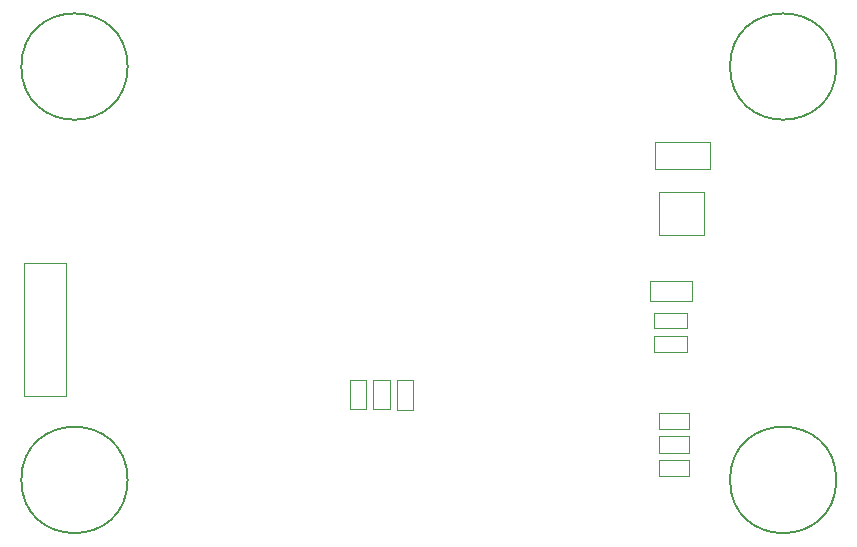
<source format=gbr>
G04 #@! TF.FileFunction,Other,User*
%FSLAX46Y46*%
G04 Gerber Fmt 4.6, Leading zero omitted, Abs format (unit mm)*
G04 Created by KiCad (PCBNEW 4.0.7-e2-6376~61~ubuntu18.04.1) date Sat Jul 21 17:42:36 2018*
%MOMM*%
%LPD*%
G01*
G04 APERTURE LIST*
%ADD10C,0.100000*%
%ADD11C,0.050000*%
%ADD12C,0.150000*%
G04 APERTURE END LIST*
D10*
D11*
X121250000Y-88620000D02*
X124750000Y-88620000D01*
X121250000Y-88620000D02*
X121250000Y-90370000D01*
X124750000Y-90370000D02*
X124750000Y-88620000D01*
X124750000Y-90370000D02*
X121250000Y-90370000D01*
X124400000Y-92650000D02*
X121600000Y-92650000D01*
X124400000Y-92650000D02*
X124400000Y-91350000D01*
X121600000Y-91350000D02*
X121600000Y-92650000D01*
X121600000Y-91350000D02*
X124400000Y-91350000D01*
X124400000Y-94650000D02*
X121600000Y-94650000D01*
X124400000Y-94650000D02*
X124400000Y-93350000D01*
X121600000Y-93350000D02*
X121600000Y-94650000D01*
X121600000Y-93350000D02*
X124400000Y-93350000D01*
X121650000Y-76850000D02*
X126350000Y-76850000D01*
X126350000Y-76850000D02*
X126350000Y-79150000D01*
X126350000Y-79150000D02*
X121650000Y-79150000D01*
X121650000Y-76850000D02*
X121650000Y-79150000D01*
D12*
X77000000Y-105500000D02*
G75*
G03X77000000Y-105500000I-4500000J0D01*
G01*
X77000000Y-70500000D02*
G75*
G03X77000000Y-70500000I-4500000J0D01*
G01*
X137000000Y-70500000D02*
G75*
G03X137000000Y-70500000I-4500000J0D01*
G01*
X137000000Y-105500000D02*
G75*
G03X137000000Y-105500000I-4500000J0D01*
G01*
D11*
X68200000Y-87160000D02*
X68200000Y-98360000D01*
X68200000Y-98360000D02*
X71800000Y-98360000D01*
X71800000Y-98360000D02*
X71800000Y-87160000D01*
X71800000Y-87160000D02*
X68200000Y-87160000D01*
X101200000Y-97071429D02*
X101200000Y-99571429D01*
X101200000Y-97071429D02*
X99800000Y-97071429D01*
X99800000Y-99571429D02*
X101200000Y-99571429D01*
X99800000Y-99571429D02*
X99800000Y-97071429D01*
X99200000Y-97000000D02*
X99200000Y-99500000D01*
X99200000Y-97000000D02*
X97800000Y-97000000D01*
X97800000Y-99500000D02*
X99200000Y-99500000D01*
X97800000Y-99500000D02*
X97800000Y-97000000D01*
X95800000Y-99500000D02*
X95800000Y-97000000D01*
X95800000Y-99500000D02*
X97200000Y-99500000D01*
X97200000Y-97000000D02*
X95800000Y-97000000D01*
X97200000Y-97000000D02*
X97200000Y-99500000D01*
X122000000Y-103800000D02*
X124500000Y-103800000D01*
X122000000Y-103800000D02*
X122000000Y-105200000D01*
X124500000Y-105200000D02*
X124500000Y-103800000D01*
X124500000Y-105200000D02*
X122000000Y-105200000D01*
X124500000Y-103200000D02*
X122000000Y-103200000D01*
X124500000Y-103200000D02*
X124500000Y-101800000D01*
X122000000Y-101800000D02*
X122000000Y-103200000D01*
X122000000Y-101800000D02*
X124500000Y-101800000D01*
X122000000Y-99800000D02*
X124500000Y-99800000D01*
X122000000Y-99800000D02*
X122000000Y-101200000D01*
X124500000Y-101200000D02*
X124500000Y-99800000D01*
X124500000Y-101200000D02*
X122000000Y-101200000D01*
X122000000Y-81150000D02*
X125800000Y-81150000D01*
X125800000Y-81150000D02*
X125800000Y-84750000D01*
X125800000Y-84750000D02*
X122000000Y-84750000D01*
X122000000Y-84750000D02*
X122000000Y-81150000D01*
M02*

</source>
